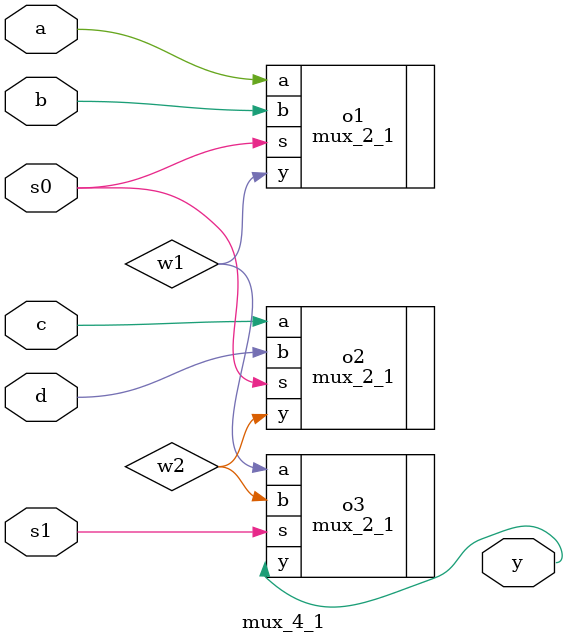
<source format=v>
`include "cmos_mux_2_1.v"

module mux_4_1(input a, input b, input c, input d, input s0, input s1, output y);
wire w1,w2;
mux_2_1 o1(.a(a),.b(b),.s(s0),.y(w1));
mux_2_1 o2(.a(c),.b(d),.s(s0),.y(w2));
mux_2_1 o3(.a(w1),.b(w2),.s(s1),.y(y));

endmodule

</source>
